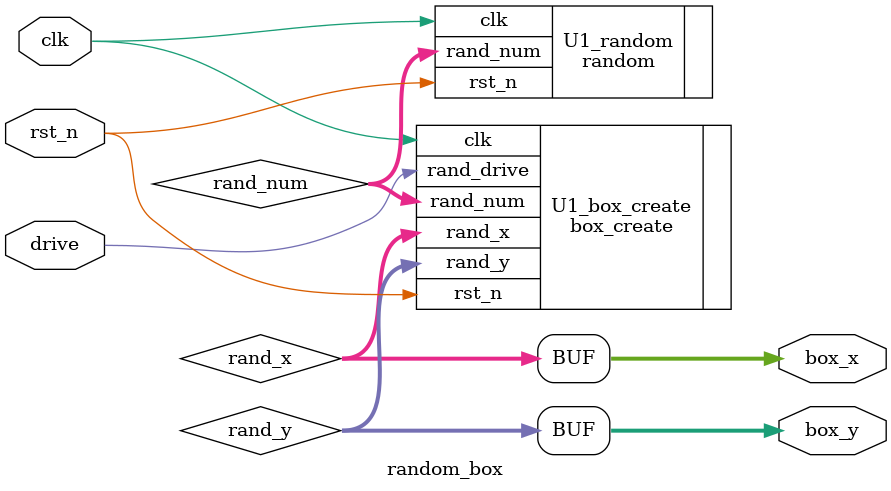
<source format=v>
module random_box(
    input clk,
    input rst_n,
    input drive,
    output wire[9:0]box_x,
    output wire[9:0]box_y
    );
    //---------------------------------------------------------------------------------
    //随机数生成模块
    wire [8:0]rand_num;
    random U1_random(
            .clk(clk),
            .rst_n(rst_n),
            // .seed(seed),
            //.load(load),
            .rand_num(rand_num)
            );
    //随机盒子创建
    wire [9:0]rand_x;
    wire [9:0]rand_y;
   // wire rand_drive;//随机小方块激励模块
    box_create U1_box_create(
                    .clk(clk),
                    .rst_n(rst_n),
                    .rand_num(rand_num),
                    .rand_drive(drive),
                    .rand_x(rand_x),
                    .rand_y(rand_y)
                    );
      assign box_x = rand_x;
      assign box_y = rand_y;
    
    

endmodule
</source>
